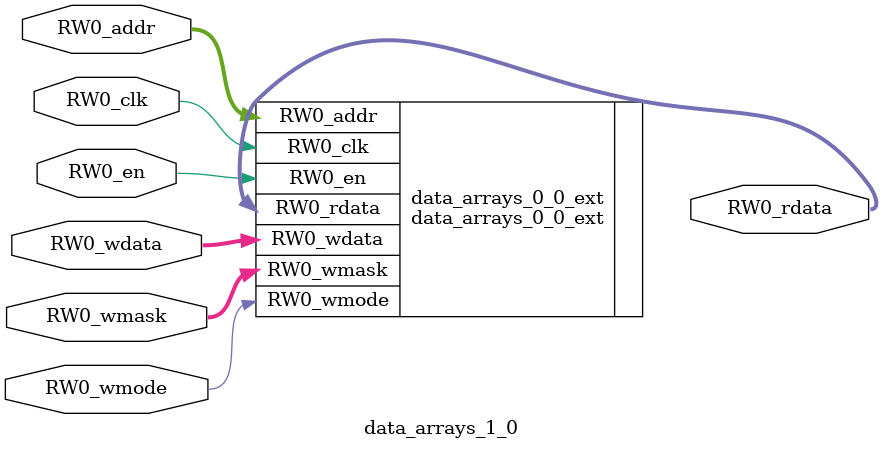
<source format=sv>
`ifndef RANDOMIZE
  `ifdef RANDOMIZE_REG_INIT
    `define RANDOMIZE
  `endif // RANDOMIZE_REG_INIT
`endif // not def RANDOMIZE
`ifndef RANDOMIZE
  `ifdef RANDOMIZE_MEM_INIT
    `define RANDOMIZE
  `endif // RANDOMIZE_MEM_INIT
`endif // not def RANDOMIZE

`ifndef RANDOM
  `define RANDOM $random
`endif // not def RANDOM

// Users can define 'PRINTF_COND' to add an extra gate to prints.
`ifndef PRINTF_COND_
  `ifdef PRINTF_COND
    `define PRINTF_COND_ (`PRINTF_COND)
  `else  // PRINTF_COND
    `define PRINTF_COND_ 1
  `endif // PRINTF_COND
`endif // not def PRINTF_COND_

// Users can define 'ASSERT_VERBOSE_COND' to add an extra gate to assert error printing.
`ifndef ASSERT_VERBOSE_COND_
  `ifdef ASSERT_VERBOSE_COND
    `define ASSERT_VERBOSE_COND_ (`ASSERT_VERBOSE_COND)
  `else  // ASSERT_VERBOSE_COND
    `define ASSERT_VERBOSE_COND_ 1
  `endif // ASSERT_VERBOSE_COND
`endif // not def ASSERT_VERBOSE_COND_

// Users can define 'STOP_COND' to add an extra gate to stop conditions.
`ifndef STOP_COND_
  `ifdef STOP_COND
    `define STOP_COND_ (`STOP_COND)
  `else  // STOP_COND
    `define STOP_COND_ 1
  `endif // STOP_COND
`endif // not def STOP_COND_

// Users can define INIT_RANDOM as general code that gets injected into the
// initializer block for modules with registers.
`ifndef INIT_RANDOM
  `define INIT_RANDOM
`endif // not def INIT_RANDOM

// If using random initialization, you can also define RANDOMIZE_DELAY to
// customize the delay used, otherwise 0.002 is used.
`ifndef RANDOMIZE_DELAY
  `define RANDOMIZE_DELAY 0.002
`endif // not def RANDOMIZE_DELAY

// Define INIT_RANDOM_PROLOG_ for use in our modules below.
`ifndef INIT_RANDOM_PROLOG_
  `ifdef RANDOMIZE
    `ifdef VERILATOR
      `define INIT_RANDOM_PROLOG_ `INIT_RANDOM
    `else  // VERILATOR
      `define INIT_RANDOM_PROLOG_ `INIT_RANDOM #`RANDOMIZE_DELAY begin end
    `endif // VERILATOR
  `else  // RANDOMIZE
    `define INIT_RANDOM_PROLOG_
  `endif // RANDOMIZE
`endif // not def INIT_RANDOM_PROLOG_

module data_arrays_1_0(	// @[DescribedSRAM.scala:17:26]
  input  [7:0]   RW0_addr,
  input          RW0_en,
                 RW0_clk,
                 RW0_wmode,
  input  [127:0] RW0_wdata,
  input  [3:0]   RW0_wmask,
  output [127:0] RW0_rdata
);

  data_arrays_0_0_ext data_arrays_0_0_ext (	// @[DescribedSRAM.scala:17:26]
    .RW0_addr  (RW0_addr),
    .RW0_en    (RW0_en),
    .RW0_clk   (RW0_clk),
    .RW0_wmode (RW0_wmode),
    .RW0_wdata (RW0_wdata),
    .RW0_wmask (RW0_wmask),
    .RW0_rdata (RW0_rdata)
  );
endmodule


</source>
